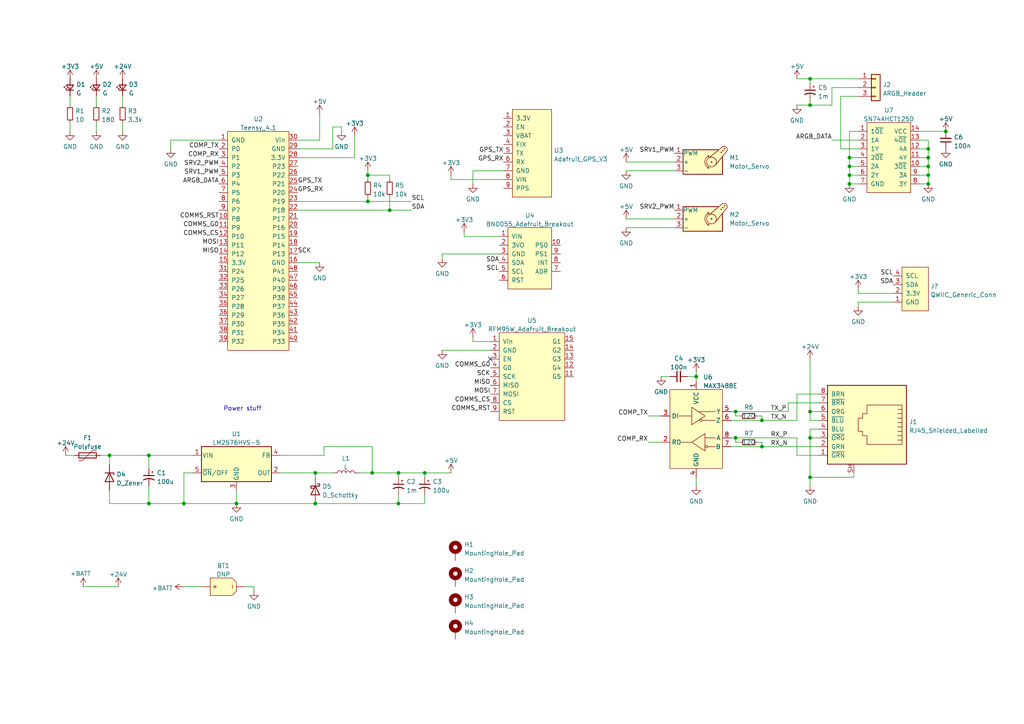
<source format=kicad_sch>
(kicad_sch (version 20211123) (generator eeschema)
  (paper "A4")
  (lib_symbols
    (symbol "ASTRA_Library:Adafruit_GPS_V3" (pin_names (offset 1.016))
      (property "Reference" "U" (at 0 0 0))
      (property "Value" "Adafruit_GPS_V3" (at 0 0 0))
      (symbol "Adafruit_GPS_V3_0_1"
        (rectangle (start -5.08 10.16) (end 6.35 -15.24) (fill (type background)))
      )
      (symbol "Adafruit_GPS_V3_1_1"
        (pin input line (at -7.62 7.62 0) (length 2.54) (name "3.3V") (number "1"))
        (pin input line (at -7.62 5.08 0) (length 2.54) (name "EN") (number "2"))
        (pin input line (at -7.62 2.54 0) (length 2.54) (name "VBAT") (number "3"))
        (pin input line (at -7.62 0 0) (length 2.54) (name "FIX") (number "4"))
        (pin input line (at -7.62 -2.54 0) (length 2.54) (name "TX") (number "5"))
        (pin input line (at -7.62 -5.08 0) (length 2.54) (name "RX") (number "6"))
        (pin input line (at -7.62 -7.62 0) (length 2.54) (name "GND") (number "7"))
        (pin input line (at -7.62 -10.16 0) (length 2.54) (name "VIN") (number "8"))
        (pin input line (at -7.62 -12.7 0) (length 2.54) (name "PPS") (number "9"))
      )
    )
    (symbol "ASTRA_Library:QWIIC_Generic_Conn" (pin_names (offset 1.016))
      (property "Reference" "J" (at 0 0 0))
      (property "Value" "QWIIC_Generic_Conn" (at 0 0 0))
      (symbol "QWIIC_Generic_Conn_0_1"
        (rectangle (start -3.81 -1.27) (end 3.81 -13.97) (fill (type background)))
      )
      (symbol "QWIIC_Generic_Conn_1_1"
        (pin input line (at -6.35 -11.43 0) (length 2.54) (name "GND") (number "1"))
        (pin input line (at -6.35 -8.89 0) (length 2.54) (name "3.3V") (number "2"))
        (pin input line (at -6.35 -6.35 0) (length 2.54) (name "SDA") (number "3"))
        (pin input line (at -6.35 -3.81 0) (length 2.54) (name "SCL") (number "4"))
      )
    )
    (symbol "ASTRA_Library:SN74AHCT125D" (pin_names (offset 1.016))
      (property "Reference" "U" (at -8.89 10.16 0))
      (property "Value" "SN74AHCT125D" (at -8.89 10.16 0))
      (symbol "SN74AHCT125D_0_1"
        (rectangle (start -6.35 10.16) (end 6.35 -10.16) (fill (type background)))
      )
      (symbol "SN74AHCT125D_1_1"
        (pin input line (at -8.89 7.62 0) (length 2.54) (name "1~{OE}") (number "1"))
        (pin input line (at 8.89 -2.54 180) (length 2.54) (name "3~{OE}") (number "10"))
        (pin input line (at 8.89 0 180) (length 2.54) (name "4Y") (number "11"))
        (pin input line (at 8.89 2.54 180) (length 2.54) (name "4A") (number "12"))
        (pin input line (at 8.89 5.08 180) (length 2.54) (name "4~{OE}") (number "13"))
        (pin input line (at 8.89 7.62 180) (length 2.54) (name "VCC") (number "14"))
        (pin input line (at -8.89 5.08 0) (length 2.54) (name "1A") (number "2"))
        (pin input line (at -8.89 2.54 0) (length 2.54) (name "1Y") (number "3"))
        (pin input line (at -8.89 0 0) (length 2.54) (name "2~{OE}") (number "4"))
        (pin input line (at -8.89 -2.54 0) (length 2.54) (name "2A") (number "5"))
        (pin input line (at -8.89 -5.08 0) (length 2.54) (name "2Y") (number "6"))
        (pin input line (at -8.89 -7.62 0) (length 2.54) (name "GND") (number "7"))
        (pin input line (at 8.89 -7.62 180) (length 2.54) (name "3Y") (number "8"))
        (pin input line (at 8.89 -5.08 180) (length 2.54) (name "3A") (number "9"))
      )
    )
    (symbol "ASTRA_Library:Teensy_4.1" (pin_names (offset 1.016))
      (property "Reference" "U" (at 0 34.29 0))
      (property "Value" "Teensy_4.1" (at 0 33.02 0))
      (symbol "Teensy_4.1_0_0"
        (pin input line (at 11.43 26.67 180) (length 2.54) (name "GND") (number "29"))
        (pin input line (at 11.43 29.21 180) (length 2.54) (name "Vin") (number "30"))
      )
      (symbol "Teensy_4.1_0_1"
        (rectangle (start -8.89 31.75) (end 8.89 -31.75) (fill (type background)))
      )
      (symbol "Teensy_4.1_1_1"
        (pin input line (at -11.43 29.21 0) (length 2.54) (name "GND") (number "1"))
        (pin input line (at -11.43 6.35 0) (length 2.54) (name "P8") (number "10"))
        (pin input line (at -11.43 3.81 0) (length 2.54) (name "P9") (number "11"))
        (pin input line (at -11.43 1.27 0) (length 2.54) (name "P10") (number "12"))
        (pin input line (at -11.43 -1.27 0) (length 2.54) (name "P11") (number "13"))
        (pin input line (at -11.43 -3.81 0) (length 2.54) (name "P12") (number "14"))
        (pin input line (at -11.43 -6.35 0) (length 2.54) (name "3.3V") (number "15"))
        (pin input line (at 11.43 -6.35 180) (length 2.54) (name "GND") (number "16"))
        (pin input line (at 11.43 -3.81 180) (length 2.54) (name "P13") (number "17"))
        (pin input line (at 11.43 -1.27 180) (length 2.54) (name "P14") (number "18"))
        (pin input line (at 11.43 1.27 180) (length 2.54) (name "P15") (number "19"))
        (pin input line (at -11.43 26.67 0) (length 2.54) (name "P0") (number "2"))
        (pin input line (at 11.43 3.81 180) (length 2.54) (name "P16") (number "20"))
        (pin input line (at 11.43 6.35 180) (length 2.54) (name "P17") (number "21"))
        (pin input line (at 11.43 8.89 180) (length 2.54) (name "P18") (number "22"))
        (pin input line (at 11.43 11.43 180) (length 2.54) (name "P19") (number "23"))
        (pin input line (at 11.43 13.97 180) (length 2.54) (name "P20") (number "24"))
        (pin input line (at 11.43 16.51 180) (length 2.54) (name "P21") (number "25"))
        (pin input line (at 11.43 19.05 180) (length 2.54) (name "P22") (number "26"))
        (pin input line (at 11.43 21.59 180) (length 2.54) (name "P23") (number "27"))
        (pin input line (at 11.43 24.13 180) (length 2.54) (name "3.3V") (number "28"))
        (pin input line (at -11.43 24.13 0) (length 2.54) (name "P1") (number "3"))
        (pin input line (at -11.43 -8.89 0) (length 2.54) (name "P24") (number "31"))
        (pin input line (at -11.43 -11.43 0) (length 2.54) (name "P25") (number "32"))
        (pin input line (at -11.43 -13.97 0) (length 2.54) (name "P26") (number "33"))
        (pin input line (at -11.43 -16.51 0) (length 2.54) (name "P27") (number "34"))
        (pin input line (at -11.43 -19.05 0) (length 2.54) (name "P28") (number "35"))
        (pin input line (at -11.43 -21.59 0) (length 2.54) (name "P29") (number "36"))
        (pin input line (at -11.43 -24.13 0) (length 2.54) (name "P30") (number "37"))
        (pin input line (at -11.43 -26.67 0) (length 2.54) (name "P31") (number "38"))
        (pin input line (at -11.43 -29.21 0) (length 2.54) (name "P32") (number "39"))
        (pin input line (at -11.43 21.59 0) (length 2.54) (name "P2") (number "4"))
        (pin input line (at 11.43 -29.21 180) (length 2.54) (name "P33") (number "40"))
        (pin input line (at 11.43 -26.67 180) (length 2.54) (name "P34") (number "41"))
        (pin input line (at 11.43 -24.13 180) (length 2.54) (name "P35") (number "42"))
        (pin input line (at 11.43 -21.59 180) (length 2.54) (name "P36") (number "43"))
        (pin input line (at 11.43 -19.05 180) (length 2.54) (name "P37") (number "44"))
        (pin input line (at 11.43 -16.51 180) (length 2.54) (name "P38") (number "45"))
        (pin input line (at 11.43 -13.97 180) (length 2.54) (name "P39") (number "46"))
        (pin input line (at 11.43 -11.43 180) (length 2.54) (name "P40") (number "47"))
        (pin input line (at 11.43 -8.89 180) (length 2.54) (name "P41") (number "48"))
        (pin input line (at -11.43 19.05 0) (length 2.54) (name "P3") (number "5"))
        (pin input line (at -11.43 16.51 0) (length 2.54) (name "P4") (number "6"))
        (pin input line (at -11.43 13.97 0) (length 2.54) (name "P5") (number "7"))
        (pin input line (at -11.43 11.43 0) (length 2.54) (name "P6") (number "8"))
        (pin input line (at -11.43 8.89 0) (length 2.54) (name "P7") (number "9"))
      )
    )
    (symbol "ASTRA_Library:XT60_Battery_Connector" (pin_numbers hide) (pin_names (offset 1.016) hide)
      (property "Reference" "BT" (at 0 0 0))
      (property "Value" "XT60_Battery_Connector" (at 0 0 0))
      (symbol "XT60_Battery_Connector_0_0"
        (text "+" (at 0 2.54 0) (effects (font (size 1.27 1.27))))
        (text "-" (at 0 -2.54 0) (effects (font (size 1.27 1.27))))
      )
      (symbol "XT60_Battery_Connector_0_1"
        (polyline (pts (xy -2.54 3.81) (xy 2.54 3.81) (xy 2.54 -2.54) (xy 1.27 -3.81) (xy -1.27 -3.81) (xy -2.54 -2.54) (xy -2.54 3.81)) (fill (type background)))
      )
      (symbol "XT60_Battery_Connector_1_1"
        (pin input line (at 0 -6.35 90) (length 2.54) (name "Neg") (number "1"))
        (pin input line (at 0 6.35 270) (length 2.54) (name "Pos") (number "2"))
      )
    )
    (symbol "Connector_Generic:Conn_01x03" (pin_names (offset 1.016) hide)
      (property "Reference" "J" (at 0 5.08 0))
      (property "Value" "Conn_01x03" (at 0 -5.08 0))
      (symbol "Conn_01x03_1_1"
        (rectangle (start -1.27 -2.413) (end 0 -2.667) (stroke (width 0.1524)))
        (rectangle (start -1.27 0.127) (end 0 -0.127) (stroke (width 0.1524)))
        (rectangle (start -1.27 2.667) (end 0 2.413) (stroke (width 0.1524)))
        (rectangle (start -1.27 3.81) (end 1.27 -3.81) (stroke (width 0.254)) (fill (type background)))
        (pin passive line (at -5.08 2.54 0) (length 3.81) (name "Pin_1") (number "1"))
        (pin passive line (at -5.08 0 0) (length 3.81) (name "Pin_2") (number "2"))
        (pin passive line (at -5.08 -2.54 0) (length 3.81) (name "Pin_3") (number "3"))
      )
    )
    (symbol "Device:C_Polarized_Small_US" (pin_numbers hide) (pin_names (offset 0.254) hide)
      (property "Reference" "C" (at 0.254 1.778 0))
      (property "Value" "C_Polarized_Small_US" (at 0.254 -2.032 0))
      (symbol "C_Polarized_Small_US_0_1"
        (polyline (pts (xy -1.524 0.508) (xy 1.524 0.508)) (stroke (width 0.3048)))
        (polyline (pts (xy -1.27 1.524) (xy -0.762 1.524)))
        (polyline (pts (xy -1.016 1.27) (xy -1.016 1.778)))
        (arc (start 1.524 -0.762) (mid 0 -0.3734) (end -1.524 -0.762) (stroke (width 0.3048)))
      )
      (symbol "C_Polarized_Small_US_1_1"
        (pin passive line (at 0 2.54 270) (length 2.032) (name "~") (number "1"))
        (pin passive line (at 0 -2.54 90) (length 2.032) (name "~") (number "2"))
      )
    )
    (symbol "Device:C_Small" (pin_numbers hide) (pin_names (offset 0.254) hide)
      (property "Reference" "C" (at 0.254 1.778 0))
      (property "Value" "C_Small" (at 0.254 -2.032 0))
      (symbol "C_Small_0_1"
        (polyline (pts (xy -1.524 -0.508) (xy 1.524 -0.508)) (stroke (width 0.3302)))
        (polyline (pts (xy -1.524 0.508) (xy 1.524 0.508)) (stroke (width 0.3048)))
      )
      (symbol "C_Small_1_1"
        (pin passive line (at 0 2.54 270) (length 2.032) (name "~") (number "1"))
        (pin passive line (at 0 -2.54 90) (length 2.032) (name "~") (number "2"))
      )
    )
    (symbol "Device:D_Schottky" (pin_numbers hide) (pin_names (offset 1.016) hide)
      (property "Reference" "D" (at 0 2.54 0))
      (property "Value" "D_Schottky" (at 0 -2.54 0))
      (symbol "D_Schottky_0_1"
        (polyline (pts (xy 1.27 0) (xy -1.27 0)))
        (polyline (pts (xy 1.27 1.27) (xy 1.27 -1.27) (xy -1.27 0) (xy 1.27 1.27)) (stroke (width 0.254)))
        (polyline (pts (xy -1.905 0.635) (xy -1.905 1.27) (xy -1.27 1.27) (xy -1.27 -1.27) (xy -0.635 -1.27) (xy -0.635 -0.635)) (stroke (width 0.254)))
      )
      (symbol "D_Schottky_1_1"
        (pin passive line (at -3.81 0 0) (length 2.54) (name "K") (number "1"))
        (pin passive line (at 3.81 0 180) (length 2.54) (name "A") (number "2"))
      )
    )
    (symbol "Device:D_Zener" (pin_numbers hide) (pin_names (offset 1.016) hide)
      (property "Reference" "D" (at 0 2.54 0))
      (property "Value" "D_Zener" (at 0 -2.54 0))
      (symbol "D_Zener_0_1"
        (polyline (pts (xy 1.27 0) (xy -1.27 0)))
        (polyline (pts (xy -1.27 -1.27) (xy -1.27 1.27) (xy -0.762 1.27)) (stroke (width 0.254)))
        (polyline (pts (xy 1.27 -1.27) (xy 1.27 1.27) (xy -1.27 0) (xy 1.27 -1.27)) (stroke (width 0.254)))
      )
      (symbol "D_Zener_1_1"
        (pin passive line (at -3.81 0 0) (length 2.54) (name "K") (number "1"))
        (pin passive line (at 3.81 0 180) (length 2.54) (name "A") (number "2"))
      )
    )
    (symbol "Device:L" (pin_numbers hide) (pin_names (offset 1.016) hide)
      (property "Reference" "L" (at -1.27 0 90))
      (property "Value" "L" (at 1.905 0 90))
      (symbol "L_0_1"
        (arc (start 0 -2.54) (mid 0.635 -1.905) (end 0 -1.27))
        (arc (start 0 -1.27) (mid 0.635 -0.635) (end 0 0))
        (arc (start 0 0) (mid 0.635 0.635) (end 0 1.27))
        (arc (start 0 1.27) (mid 0.635 1.905) (end 0 2.54))
      )
      (symbol "L_1_1"
        (pin passive line (at 0 3.81 270) (length 1.27) (name "1") (number "1"))
        (pin passive line (at 0 -3.81 90) (length 1.27) (name "2") (number "2"))
      )
    )
    (symbol "Device:LED_Small" (pin_numbers hide) (pin_names (offset 0.254) hide)
      (property "Reference" "D" (at -1.27 3.175 0))
      (property "Value" "LED_Small" (at -4.445 -2.54 0))
      (symbol "LED_Small_0_1"
        (polyline (pts (xy -0.762 -1.016) (xy -0.762 1.016)) (stroke (width 0.254)))
        (polyline (pts (xy 1.016 0) (xy -0.762 0)))
        (polyline (pts (xy 0.762 -1.016) (xy -0.762 0) (xy 0.762 1.016) (xy 0.762 -1.016)) (stroke (width 0.254)))
        (polyline (pts (xy 0 0.762) (xy -0.508 1.27) (xy -0.254 1.27) (xy -0.508 1.27) (xy -0.508 1.016)))
        (polyline (pts (xy 0.508 1.27) (xy 0 1.778) (xy 0.254 1.778) (xy 0 1.778) (xy 0 1.524)))
      )
      (symbol "LED_Small_1_1"
        (pin passive line (at -2.54 0 0) (length 1.778) (name "K") (number "1"))
        (pin passive line (at 2.54 0 180) (length 1.778) (name "A") (number "2"))
      )
    )
    (symbol "Device:Polyfuse" (pin_numbers hide) (pin_names (offset 0))
      (property "Reference" "F" (at -2.54 0 90))
      (property "Value" "Polyfuse" (at 2.54 0 90))
      (symbol "Polyfuse_0_1"
        (rectangle (start -0.762 2.54) (end 0.762 -2.54) (stroke (width 0.254)))
        (polyline (pts (xy 0 2.54) (xy 0 -2.54)))
        (polyline (pts (xy -1.524 2.54) (xy -1.524 1.524) (xy 1.524 -1.524) (xy 1.524 -2.54)))
      )
      (symbol "Polyfuse_1_1"
        (pin passive line (at 0 3.81 270) (length 1.27) (name "~") (number "1"))
        (pin passive line (at 0 -3.81 90) (length 1.27) (name "~") (number "2"))
      )
    )
    (symbol "Device:R_Small" (pin_numbers hide) (pin_names (offset 0.254) hide)
      (property "Reference" "R" (at 0.762 0.508 0))
      (property "Value" "R_Small" (at 0.762 -1.016 0))
      (symbol "R_Small_0_1"
        (rectangle (start -0.762 1.778) (end 0.762 -1.778) (stroke (width 0.2032)))
      )
      (symbol "R_Small_1_1"
        (pin passive line (at 0 2.54 270) (length 0.762) (name "~") (number "1"))
        (pin passive line (at 0 -2.54 90) (length 0.762) (name "~") (number "2"))
      )
    )
    (symbol "GS_Library:MAX3488E"
      (property "Reference" "U" (at 6.35 15.24 0))
      (property "Value" "MAX3488E" (at 6.35 12.7 0))
      (symbol "MAX3488E_0_1"
        (rectangle (start -7.62 11.43) (end 7.62 -11.43) (stroke (width 0.1524)) (fill (type background)))
        (polyline (pts (xy -4.318 -3.81) (xy -1.27 -3.81)) (stroke (width 0.1524)))
        (polyline (pts (xy -1.27 3.81) (xy -5.08 3.81)) (stroke (width 0.1524)))
        (polyline (pts (xy 0.6858 5.08) (xy 5.588 5.08)) (stroke (width 0.1524)))
        (polyline (pts (xy 2.54 -2.54) (xy 5.588 -2.54)) (stroke (width 0.1524)))
        (polyline (pts (xy 5.588 -5.08) (xy 3.302 -5.08)) (stroke (width 0.1524)))
        (polyline (pts (xy 5.588 2.54) (xy 1.7018 2.54)) (stroke (width 0.1524)))
        (polyline (pts (xy -1.27 1.27) (xy -1.27 6.35) (xy 2.54 3.81) (xy -1.27 1.27)) (stroke (width 0.1524)))
        (polyline (pts (xy 2.54 -1.27) (xy 2.54 -6.35) (xy -1.27 -3.81) (xy 2.54 -1.27)) (stroke (width 0.1524)))
        (circle (center 1.3462 2.54) (radius 0.3637) (stroke (width 0.1524)))
        (circle (center 2.921 -5.08) (radius 0.3637) (stroke (width 0.1524)))
      )
      (symbol "MAX3488E_1_1"
        (pin input line (at 0 13.97 270) (length 2.54) (name "VCC") (number "1"))
        (pin input line (at -10.16 -3.81 0) (length 2.54) (name "RO") (number "2"))
        (pin input line (at -10.16 3.81 0) (length 2.54) (name "DI") (number "3"))
        (pin input line (at 0 -13.97 90) (length 2.54) (name "GND") (number "4"))
        (pin input line (at 10.16 5.08 180) (length 2.54) (name "Y") (number "5"))
        (pin input line (at 10.16 2.54 180) (length 2.54) (name "Z") (number "6"))
        (pin input line (at 10.16 -5.08 180) (length 2.54) (name "B") (number "7"))
        (pin input line (at 10.16 -2.54 180) (length 2.54) (name "A") (number "8"))
      )
    )
    (symbol "GS_Library:Motor_Servo" (pin_names (offset 0.0254))
      (property "Reference" "M?" (at 8.3598 1.2681 0))
      (property "Value" "Motor_Servo" (at 8.3598 -1.2688 0))
      (symbol "Motor_Servo_0_1"
        (polyline (pts (xy 2.413 -1.778) (xy 2.032 -1.778)))
        (polyline (pts (xy 2.413 -1.778) (xy 2.286 -1.397)))
        (polyline (pts (xy 2.413 1.778) (xy 1.905 1.778)))
        (polyline (pts (xy 2.413 1.778) (xy 2.286 1.397)))
        (polyline (pts (xy 6.35 4.445) (xy 2.54 1.27)))
        (polyline (pts (xy 7.62 3.175) (xy 4.191 -1.016)))
        (polyline (pts (xy 5.08 3.556) (xy -5.08 3.556) (xy -5.08 -3.556) (xy 6.35 -3.556) (xy 6.35 1.524)) (stroke (width 0.254)) (fill (type background)))
        (polyline (pts (xy 6.0452 1.27) (xy 7.6454 3.2004) (xy 7.7216 3.4544) (xy 7.7216 3.7084) (xy 7.6454 3.9624) (xy 7.493 4.2418) (xy 7.1628 4.4704) (xy 6.8326 4.5466) (xy 6.3246 4.445) (xy 6.0452 4.191) (xy 2.5654 1.2954) (xy 3.0734 1.4224) (xy 3.5814 1.3716) (xy 3.9878 1.1684) (xy 4.3434 0.7874) (xy 4.572 0.3556) (xy 4.5466 -0.3302) (xy 4.445 -0.6858) (xy 4.2164 -0.9906) (xy 6.0452 1.27)) (stroke (width 0.01)) (fill (type background)))
        (arc (start 2.413 1.778) (mid 1.2406 0) (end 2.413 -1.778))
        (circle (center 3.175 0) (radius 0.1778))
        (circle (center 3.175 0) (radius 1.4224))
        (circle (center 5.969 2.794) (radius 0.127))
        (circle (center 6.477 3.302) (radius 0.127))
        (circle (center 6.985 3.81) (radius 0.127))
        (arc (start 7.62 3.175) (mid 7.4485 4.2735) (end 6.35 4.445) (fill (type background)))
      )
      (symbol "Motor_Servo_1_1"
        (pin passive line (at -7.62 2.54 0) (length 2.54) (name "PWM") (number "1"))
        (pin passive line (at -7.62 0 0) (length 2.54) (name "+") (number "2"))
        (pin passive line (at -7.62 -2.54 0) (length 2.54) (name "-") (number "3"))
      )
    )
    (symbol "GS_Library:RJ45_Shielded_Labelled" (pin_names (offset 1.016))
      (property "Reference" "J?" (at 0.762 2.1047 0))
      (property "Value" "RJ45_Shielded_Labelled" (at 0.762 -0.4322 0))
      (symbol "RJ45_Shielded_Labelled_0_1"
        (rectangle (start -15.24 12.7) (end 7.62 -10.16) (stroke (width 0.254)) (fill (type background)))
        (polyline (pts (xy -12.7 4.445) (xy -13.97 4.445)))
        (polyline (pts (xy -12.7 5.715) (xy -13.97 5.715)))
        (polyline (pts (xy 26.67 5.08) (xy 26.67 5.08)) (stroke (width 0.1524)))
        (polyline (pts (xy -13.97 -3.175) (xy -12.7 -3.175) (xy -12.7 -3.175)))
        (polyline (pts (xy -13.97 -1.905) (xy -12.7 -1.905) (xy -12.7 -1.905)))
        (polyline (pts (xy -13.97 -0.635) (xy -12.7 -0.635) (xy -12.7 -0.635)))
        (polyline (pts (xy -13.97 0.635) (xy -12.7 0.635) (xy -12.7 0.635)))
        (polyline (pts (xy -13.97 1.905) (xy -12.7 1.905) (xy -12.7 1.905)))
        (polyline (pts (xy -12.7 3.175) (xy -13.97 3.175) (xy -13.97 3.175)))
        (polyline (pts (xy -13.97 -4.445) (xy -13.97 6.985) (xy -3.81 6.985) (xy -3.81 4.445) (xy -2.54 4.445) (xy -2.54 3.175) (xy -1.27 3.175) (xy -1.27 -0.635) (xy -2.54 -0.635) (xy -2.54 -1.905) (xy -3.81 -1.905) (xy -3.81 -4.445) (xy -13.97 -4.445) (xy -13.97 -4.445)))
      )
      (symbol "RJ45_Shielded_Labelled_1_1"
        (pin passive line (at 10.16 -7.62 180) (length 2.54) (name "~{GRN}") (number "1"))
        (pin passive line (at 10.16 -5.08 180) (length 2.54) (name "GRN") (number "2"))
        (pin passive line (at 10.16 -2.54 180) (length 2.54) (name "~{ORG}") (number "3"))
        (pin passive line (at 10.16 0 180) (length 2.54) (name "BLU") (number "4"))
        (pin passive line (at 10.16 2.54 180) (length 2.54) (name "~{BLU}") (number "5"))
        (pin passive line (at 10.16 5.08 180) (length 2.54) (name "ORG") (number "6"))
        (pin passive line (at 10.16 7.62 180) (length 2.54) (name "~{BRN}") (number "7"))
        (pin passive line (at 10.16 10.16 180) (length 2.54) (name "BRN") (number "8"))
        (pin passive line (at 0 -12.7 90) (length 2.54) (name "~") (number "SH"))
      )
    )
    (symbol "MainElectronicsLib:BNO055_Adafruit_Breakout" (pin_names (offset 1.016))
      (property "Reference" "U" (at 0 10.16 0))
      (property "Value" "BNO055_Adafruit_Breakout" (at 0 -10.16 0))
      (symbol "BNO055_Adafruit_Breakout_0_1"
        (rectangle (start -6.35 8.89) (end 6.35 -8.89) (fill (type background)))
      )
      (symbol "BNO055_Adafruit_Breakout_1_1"
        (pin power_in line (at -8.89 6.35 0) (length 2.54) (name "VIN") (number "1"))
        (pin bidirectional line (at 8.89 3.81 180) (length 2.54) (name "PS0") (number "10"))
        (pin power_out line (at -8.89 3.81 0) (length 2.54) (name "3VO") (number "2"))
        (pin power_in line (at -8.89 1.27 0) (length 2.54) (name "GND") (number "3"))
        (pin bidirectional line (at -8.89 -1.27 0) (length 2.54) (name "SDA") (number "4"))
        (pin bidirectional line (at -8.89 -3.81 0) (length 2.54) (name "SCL") (number "5"))
        (pin input line (at -8.89 -6.35 0) (length 2.54) (name "RST") (number "6"))
        (pin input line (at 8.89 -3.81 180) (length 2.54) (name "ADR") (number "7"))
        (pin output line (at 8.89 -1.27 180) (length 2.54) (name "INT") (number "8"))
        (pin bidirectional line (at 8.89 1.27 180) (length 2.54) (name "PS1") (number "9"))
      )
    )
    (symbol "MainElectronicsLib:RFM95W_Adafruit_Breakout" (pin_names (offset 1.016))
      (property "Reference" "U" (at 0 13.97 0))
      (property "Value" "RFM95W_Adafruit_Breakout" (at 0 -13.97 0))
      (symbol "RFM95W_Adafruit_Breakout_0_1"
        (rectangle (start -10.16 12.7) (end 8.89 -12.7) (fill (type background)))
      )
      (symbol "RFM95W_Adafruit_Breakout_1_1"
        (pin power_in line (at -12.7 10.16 0) (length 2.54) (name "Vin") (number "1"))
        (pin bidirectional line (at 11.43 0 180) (length 2.54) (name "G5") (number "11"))
        (pin bidirectional line (at 11.43 2.54 180) (length 2.54) (name "G4") (number "12"))
        (pin bidirectional line (at 11.43 5.08 180) (length 2.54) (name "G3") (number "13"))
        (pin bidirectional line (at 11.43 7.62 180) (length 2.54) (name "G2") (number "14"))
        (pin bidirectional line (at 11.43 10.16 180) (length 2.54) (name "G1") (number "15"))
        (pin power_in line (at -12.7 7.62 0) (length 2.54) (name "GND") (number "2"))
        (pin input line (at -12.7 5.08 0) (length 2.54) (name "EN") (number "3"))
        (pin output line (at -12.7 2.54 0) (length 2.54) (name "G0") (number "4"))
        (pin input line (at -12.7 0 0) (length 2.54) (name "SCK") (number "5"))
        (pin output line (at -12.7 -2.54 0) (length 2.54) (name "MISO") (number "6"))
        (pin input line (at -12.7 -5.08 0) (length 2.54) (name "MOSI") (number "7"))
        (pin input line (at -12.7 -7.62 0) (length 2.54) (name "CS") (number "8"))
        (pin input line (at -12.7 -10.16 0) (length 2.54) (name "RST") (number "9"))
      )
    )
    (symbol "Mechanical:MountingHole_Pad" (pin_numbers hide) (pin_names (offset 1.016) hide)
      (property "Reference" "H" (at 0 6.35 0))
      (property "Value" "MountingHole_Pad" (at 0 4.445 0))
      (symbol "MountingHole_Pad_0_1"
        (circle (center 0 1.27) (radius 1.27) (stroke (width 1.27)))
      )
      (symbol "MountingHole_Pad_1_1"
        (pin input line (at 0 -2.54 90) (length 2.54) (name "1") (number "1"))
      )
    )
    (symbol "Regulator_Switching:LM2576HVS-5" (pin_names (offset 0.254))
      (property "Reference" "U" (at -10.16 6.35 0))
      (property "Value" "LM2576HVS-5" (at 0 6.35 0))
      (symbol "LM2576HVS-5_0_1"
        (rectangle (start -10.16 5.08) (end 10.16 -5.08) (stroke (width 0.254)) (fill (type background)))
      )
      (symbol "LM2576HVS-5_1_1"
        (pin power_in line (at -12.7 2.54 0) (length 2.54) (name "VIN") (number "1"))
        (pin output line (at 12.7 -2.54 180) (length 2.54) (name "OUT") (number "2"))
        (pin power_in line (at 0 -7.62 90) (length 2.54) (name "GND") (number "3"))
        (pin input line (at 12.7 2.54 180) (length 2.54) (name "FB") (number "4"))
        (pin input line (at -12.7 -2.54 0) (length 2.54) (name "~{ON}/OFF") (number "5"))
      )
    )
    (symbol "power:+24V" (power) (pin_names (offset 0))
      (property "Value" "+24V" (at 0 3.556 0))
      (symbol "+24V_0_1"
        (polyline (pts (xy -0.762 1.27) (xy 0 2.54)))
        (polyline (pts (xy 0 0) (xy 0 2.54)))
        (polyline (pts (xy 0 2.54) (xy 0.762 1.27)))
      )
      (symbol "+24V_1_1"
        (pin power_in line (at 0 0 90) (length 0) hide (name "+24V") (number "1"))
      )
    )
    (symbol "power:+3.3V" (power) (pin_names (offset 0))
      (property "Value" "+3.3V" (at 0 3.556 0))
      (symbol "+3.3V_0_1"
        (polyline (pts (xy -0.762 1.27) (xy 0 2.54)))
        (polyline (pts (xy 0 0) (xy 0 2.54)))
        (polyline (pts (xy 0 2.54) (xy 0.762 1.27)))
      )
      (symbol "+3.3V_1_1"
        (pin power_in line (at 0 0 90) (length 0) hide (name "+3V3") (number "1"))
      )
    )
    (symbol "power:+5V" (power) (pin_names (offset 0))
      (property "Value" "+5V" (at 0 3.556 0))
      (symbol "+5V_0_1"
        (polyline (pts (xy -0.762 1.27) (xy 0 2.54)))
        (polyline (pts (xy 0 0) (xy 0 2.54)))
        (polyline (pts (xy 0 2.54) (xy 0.762 1.27)))
      )
      (symbol "+5V_1_1"
        (pin power_in line (at 0 0 90) (length 0) hide (name "+5V") (number "1"))
      )
    )
    (symbol "power:+BATT" (power) (pin_names (offset 0))
      (property "Value" "+BATT" (at 0 3.556 0))
      (symbol "+BATT_0_1"
        (polyline (pts (xy -0.762 1.27) (xy 0 2.54)))
        (polyline (pts (xy 0 0) (xy 0 2.54)))
        (polyline (pts (xy 0 2.54) (xy 0.762 1.27)))
      )
      (symbol "+BATT_1_1"
        (pin power_in line (at 0 0 90) (length 0) hide (name "+BATT") (number "1"))
      )
    )
    (symbol "power:GND" (power) (pin_names (offset 0))
      (property "Value" "GND" (at 0 -3.81 0))
      (symbol "GND_0_1"
        (polyline (pts (xy 0 0) (xy 0 -1.27) (xy 1.27 -1.27) (xy 0 -2.54) (xy -1.27 -1.27) (xy 0 -1.27)))
      )
      (symbol "GND_1_1"
        (pin power_in line (at 0 0 270) (length 0) hide (name "GND") (number "1"))
      )
    )
  )
  (junction (at 220.98 129.54))
  (junction (at 274.32 38.1))
  (junction (at 234.95 127))
  (junction (at 43.18 132.08))
  (junction (at 213.36 119.38))
  (junction (at 115.57 137.16))
  (junction (at 246.38 50.8))
  (junction (at 234.95 138.43))
  (junction (at 234.95 119.38))
  (junction (at 269.24 50.8))
  (junction (at 246.38 45.72))
  (junction (at 31.75 132.08))
  (junction (at 113.03 60.96))
  (junction (at 115.57 146.05))
  (junction (at 234.95 22.86))
  (junction (at 213.36 127))
  (junction (at 269.24 48.26))
  (junction (at 68.58 146.05))
  (junction (at 53.34 146.05))
  (junction (at 91.44 146.05))
  (junction (at 91.44 137.16))
  (junction (at 43.18 146.05))
  (junction (at 106.68 58.42))
  (junction (at 201.93 109.22))
  (junction (at 107.95 137.16))
  (junction (at 234.95 30.48))
  (junction (at 269.24 45.72))
  (junction (at 246.38 48.26))
  (junction (at 269.24 43.18))
  (junction (at 269.24 53.34))
  (junction (at 106.68 50.8))
  (junction (at 220.98 121.92))
  (junction (at 123.19 137.16))
  (junction (at 246.38 53.34))
  (no_connect (at 142.24 104.14))
  (wire (pts (xy 106.68 50.8) (xy 106.68 49.53)))
  (wire (pts (xy 96.52 137.16) (xy 91.44 137.16)))
  (wire (pts (xy 31.75 146.05) (xy 31.75 142.24)))
  (wire (pts (xy 102.87 45.72) (xy 102.87 39.37)))
  (wire (pts (xy 234.95 124.46) (xy 234.95 127)))
  (wire (pts (xy 115.57 146.05) (xy 91.44 146.05)))
  (wire (pts (xy 181.61 46.99) (xy 195.58 46.99)))
  (wire (pts (xy 248.92 43.18) (xy 243.84 43.18)))
  (wire (pts (xy 248.92 25.4) (xy 241.3 25.4)))
  (wire (pts (xy 35.56 27.94) (xy 35.56 30.48)))
  (wire (pts (xy 113.03 60.96) (xy 119.38 60.96)))
  (wire (pts (xy 123.19 137.16) (xy 130.81 137.16)))
  (wire (pts (xy 266.7 45.72) (xy 269.24 45.72)))
  (wire (pts (xy 246.38 53.34) (xy 248.92 53.34)))
  (wire (pts (xy 86.36 76.2) (xy 92.71 76.2)))
  (wire (pts (xy 35.56 35.56) (xy 35.56 38.1)))
  (wire (pts (xy 213.36 127) (xy 231.14 127)))
  (wire (pts (xy 246.38 48.26) (xy 248.92 48.26)))
  (wire (pts (xy 231.14 22.86) (xy 234.95 22.86)))
  (wire (pts (xy 106.68 50.8) (xy 106.68 52.07)))
  (wire (pts (xy 63.5 40.64) (xy 49.53 40.64)))
  (wire (pts (xy 201.93 107.95) (xy 201.93 109.22)))
  (wire (pts (xy 234.95 29.21) (xy 234.95 30.48)))
  (wire (pts (xy 248.92 38.1) (xy 246.38 38.1)))
  (wire (pts (xy 20.32 27.94) (xy 20.32 30.48)))
  (wire (pts (xy 220.98 121.92) (xy 231.14 121.92)))
  (wire (pts (xy 113.03 57.15) (xy 113.03 60.96)))
  (wire (pts (xy 93.98 129.54) (xy 93.98 132.08)))
  (wire (pts (xy 266.7 40.64) (xy 269.24 40.64)))
  (wire (pts (xy 187.96 128.27) (xy 191.77 128.27)))
  (wire (pts (xy 259.08 87.63) (xy 248.92 87.63)))
  (wire (pts (xy 49.53 40.64) (xy 49.53 43.18)))
  (wire (pts (xy 29.21 132.08) (xy 31.75 132.08)))
  (wire (pts (xy 20.32 35.56) (xy 20.32 38.1)))
  (wire (pts (xy 234.95 22.86) (xy 248.92 22.86)))
  (wire (pts (xy 106.68 58.42) (xy 119.38 58.42)))
  (wire (pts (xy 201.93 138.43) (xy 201.93 140.97)))
  (wire (pts (xy 115.57 143.51) (xy 115.57 146.05)))
  (wire (pts (xy 234.95 121.92) (xy 237.49 121.92)))
  (wire (pts (xy 213.36 119.38) (xy 228.6 119.38)))
  (wire (pts (xy 248.92 85.09) (xy 248.92 83.82)))
  (wire (pts (xy 266.7 53.34) (xy 269.24 53.34)))
  (wire (pts (xy 231.14 114.3) (xy 237.49 114.3)))
  (wire (pts (xy 43.18 140.97) (xy 43.18 146.05)))
  (wire (pts (xy 27.94 27.94) (xy 27.94 30.48)))
  (wire (pts (xy 231.14 132.08) (xy 237.49 132.08)))
  (wire (pts (xy 234.95 30.48) (xy 241.3 30.48)))
  (wire (pts (xy 187.96 120.65) (xy 191.77 120.65)))
  (wire (pts (xy 269.24 43.18) (xy 269.24 45.72)))
  (wire (pts (xy 220.98 128.27) (xy 220.98 129.54)))
  (wire (pts (xy 43.18 146.05) (xy 31.75 146.05)))
  (wire (pts (xy 107.95 129.54) (xy 93.98 129.54)))
  (wire (pts (xy 266.7 50.8) (xy 269.24 50.8)))
  (wire (pts (xy 266.7 43.18) (xy 269.24 43.18)))
  (wire (pts (xy 134.62 68.58) (xy 134.62 67.31)))
  (wire (pts (xy 259.08 85.09) (xy 248.92 85.09)))
  (wire (pts (xy 128.27 101.6) (xy 142.24 101.6)))
  (wire (pts (xy 81.28 132.08) (xy 93.98 132.08)))
  (wire (pts (xy 237.49 124.46) (xy 234.95 124.46)))
  (wire (pts (xy 53.34 170.18) (xy 58.42 170.18)))
  (wire (pts (xy 123.19 137.16) (xy 123.19 138.43)))
  (wire (pts (xy 86.36 58.42) (xy 106.68 58.42)))
  (wire (pts (xy 214.63 128.27) (xy 213.36 128.27)))
  (wire (pts (xy 220.98 129.54) (xy 237.49 129.54)))
  (wire (pts (xy 269.24 50.8) (xy 269.24 53.34)))
  (wire (pts (xy 241.3 25.4) (xy 241.3 30.48)))
  (wire (pts (xy 146.05 52.07) (xy 130.81 52.07)))
  (wire (pts (xy 24.13 170.18) (xy 34.29 170.18)))
  (wire (pts (xy 269.24 45.72) (xy 269.24 48.26)))
  (wire (pts (xy 96.52 43.18) (xy 96.52 36.83)))
  (wire (pts (xy 246.38 48.26) (xy 246.38 50.8)))
  (wire (pts (xy 137.16 99.06) (xy 137.16 97.79)))
  (wire (pts (xy 212.09 127) (xy 213.36 127)))
  (wire (pts (xy 68.58 146.05) (xy 91.44 146.05)))
  (wire (pts (xy 43.18 132.08) (xy 55.88 132.08)))
  (wire (pts (xy 243.84 43.18) (xy 243.84 27.94)))
  (wire (pts (xy 27.94 35.56) (xy 27.94 38.1)))
  (wire (pts (xy 231.14 127) (xy 231.14 132.08)))
  (wire (pts (xy 123.19 146.05) (xy 115.57 146.05)))
  (wire (pts (xy 269.24 40.64) (xy 269.24 43.18)))
  (wire (pts (xy 247.65 137.16) (xy 247.65 138.43)))
  (wire (pts (xy 234.95 119.38) (xy 234.95 121.92)))
  (wire (pts (xy 107.95 137.16) (xy 107.95 129.54)))
  (wire (pts (xy 115.57 137.16) (xy 123.19 137.16)))
  (wire (pts (xy 86.36 45.72) (xy 102.87 45.72)))
  (wire (pts (xy 128.27 73.66) (xy 128.27 74.93)))
  (wire (pts (xy 91.44 137.16) (xy 91.44 138.43)))
  (wire (pts (xy 19.05 132.08) (xy 21.59 132.08)))
  (wire (pts (xy 228.6 119.38) (xy 228.6 116.84)))
  (wire (pts (xy 212.09 129.54) (xy 220.98 129.54)))
  (wire (pts (xy 234.95 22.86) (xy 234.95 24.13)))
  (wire (pts (xy 142.24 99.06) (xy 137.16 99.06)))
  (wire (pts (xy 219.71 128.27) (xy 220.98 128.27)))
  (wire (pts (xy 86.36 60.96) (xy 113.03 60.96)))
  (wire (pts (xy 71.12 170.18) (xy 73.66 170.18)))
  (wire (pts (xy 246.38 50.8) (xy 246.38 53.34)))
  (wire (pts (xy 234.95 119.38) (xy 237.49 119.38)))
  (wire (pts (xy 246.38 38.1) (xy 246.38 45.72)))
  (wire (pts (xy 181.61 49.53) (xy 195.58 49.53)))
  (wire (pts (xy 246.38 50.8) (xy 248.92 50.8)))
  (wire (pts (xy 104.14 137.16) (xy 107.95 137.16)))
  (wire (pts (xy 234.95 138.43) (xy 234.95 140.97)))
  (wire (pts (xy 241.3 40.64) (xy 248.92 40.64)))
  (wire (pts (xy 234.95 104.14) (xy 234.95 119.38)))
  (wire (pts (xy 228.6 116.84) (xy 237.49 116.84)))
  (wire (pts (xy 96.52 36.83) (xy 99.06 36.83)))
  (wire (pts (xy 231.14 30.48) (xy 234.95 30.48)))
  (wire (pts (xy 99.06 36.83) (xy 99.06 38.1)))
  (wire (pts (xy 86.36 40.64) (xy 92.71 40.64)))
  (wire (pts (xy 115.57 137.16) (xy 115.57 138.43)))
  (wire (pts (xy 212.09 119.38) (xy 213.36 119.38)))
  (wire (pts (xy 130.81 52.07) (xy 130.81 50.8)))
  (wire (pts (xy 246.38 45.72) (xy 246.38 48.26)))
  (wire (pts (xy 269.24 48.26) (xy 269.24 50.8)))
  (wire (pts (xy 213.36 120.65) (xy 213.36 119.38)))
  (wire (pts (xy 212.09 121.92) (xy 220.98 121.92)))
  (wire (pts (xy 113.03 52.07) (xy 113.03 50.8)))
  (wire (pts (xy 73.66 170.18) (xy 73.66 171.45)))
  (wire (pts (xy 106.68 57.15) (xy 106.68 58.42)))
  (wire (pts (xy 243.84 27.94) (xy 248.92 27.94)))
  (wire (pts (xy 246.38 45.72) (xy 248.92 45.72)))
  (wire (pts (xy 68.58 142.24) (xy 68.58 146.05)))
  (wire (pts (xy 144.78 68.58) (xy 134.62 68.58)))
  (wire (pts (xy 31.75 132.08) (xy 43.18 132.08)))
  (wire (pts (xy 191.77 109.22) (xy 194.31 109.22)))
  (wire (pts (xy 181.61 66.04) (xy 195.58 66.04)))
  (wire (pts (xy 237.49 127) (xy 234.95 127)))
  (wire (pts (xy 53.34 146.05) (xy 68.58 146.05)))
  (wire (pts (xy 219.71 120.65) (xy 220.98 120.65)))
  (wire (pts (xy 137.16 53.34) (xy 137.16 49.53)))
  (wire (pts (xy 31.75 132.08) (xy 31.75 134.62)))
  (wire (pts (xy 86.36 43.18) (xy 96.52 43.18)))
  (wire (pts (xy 201.93 109.22) (xy 201.93 110.49)))
  (wire (pts (xy 113.03 50.8) (xy 106.68 50.8)))
  (wire (pts (xy 234.95 127) (xy 234.95 138.43)))
  (wire (pts (xy 43.18 146.05) (xy 53.34 146.05)))
  (wire (pts (xy 107.95 137.16) (xy 115.57 137.16)))
  (wire (pts (xy 266.7 38.1) (xy 274.32 38.1)))
  (wire (pts (xy 231.14 114.3) (xy 231.14 121.92)))
  (wire (pts (xy 43.18 132.08) (xy 43.18 135.89)))
  (wire (pts (xy 92.71 40.64) (xy 92.71 33.02)))
  (wire (pts (xy 213.36 128.27) (xy 213.36 127)))
  (wire (pts (xy 266.7 48.26) (xy 269.24 48.26)))
  (wire (pts (xy 53.34 137.16) (xy 53.34 146.05)))
  (wire (pts (xy 199.39 109.22) (xy 201.93 109.22)))
  (wire (pts (xy 248.92 87.63) (xy 248.92 88.9)))
  (wire (pts (xy 137.16 49.53) (xy 146.05 49.53)))
  (wire (pts (xy 81.28 137.16) (xy 91.44 137.16)))
  (wire (pts (xy 181.61 63.5) (xy 195.58 63.5)))
  (wire (pts (xy 214.63 120.65) (xy 213.36 120.65)))
  (wire (pts (xy 220.98 120.65) (xy 220.98 121.92)))
  (wire (pts (xy 144.78 73.66) (xy 128.27 73.66)))
  (wire (pts (xy 55.88 137.16) (xy 53.34 137.16)))
  (wire (pts (xy 247.65 138.43) (xy 234.95 138.43)))
  (wire (pts (xy 123.19 143.51) (xy 123.19 146.05)))
  (text "Power stuff" (at 64.77 119.38 0) (effects (font (size 1.27 1.27)) (justify left bottom)))
  (label "TX_P" (at 223.52 119.38 0))
  (label "COMP_RX" (at 63.5 45.72 180))
  (label "TX_N" (at 223.52 121.92 0))
  (label "MOSI" (at 142.24 114.3 180))
  (label "COMMS_CS" (at 142.24 116.84 180))
  (label "COMMS_RST" (at 63.5 63.5 180))
  (label "GPS_TX" (at 146.05 44.45 180))
  (label "COMP_TX" (at 63.5 43.18 180))
  (label "SCK" (at 86.36 73.66 0))
  (label "MOSI" (at 63.5 71.12 180))
  (label "MISO" (at 142.24 111.76 180))
  (label "GPS_RX" (at 146.05 46.99 180))
  (label "COMP_TX" (at 187.96 120.65 180))
  (label "SRV1_PWM" (at 63.5 50.8 180))
  (label "RX_N" (at 223.52 129.54 0))
  (label "SCL" (at 119.38 58.42 0))
  (label "SCK" (at 142.24 109.22 180))
  (label "MISO" (at 63.5 73.66 180))
  (label "RX_P" (at 223.52 127 0))
  (label "SDA" (at 119.38 60.96 0))
  (label "SRV2_PWM" (at 63.5 48.26 180))
  (label "SCL" (at 259.08 80.01 180))
  (label "ARGB_DATA" (at 63.5 53.34 180))
  (label "SRV2_PWM" (at 195.58 60.96 180))
  (label "SDA" (at 259.08 82.55 180))
  (label "SRV1_PWM" (at 195.58 44.45 180))
  (label "COMMS_G0" (at 142.24 106.68 180))
  (label "COMMS_CS" (at 63.5 68.58 180))
  (label "COMP_RX" (at 187.96 128.27 180))
  (label "COMMS_RST" (at 142.24 119.38 180))
  (label "GPS_RX" (at 86.36 55.88 0))
  (label "COMMS_G0" (at 63.5 66.04 180))
  (label "ARGB_DATA" (at 241.3 40.64 180))
  (label "SDA" (at 144.78 76.2 180))
  (label "GPS_TX" (at 86.36 53.34 0))
  (label "SCL" (at 144.78 78.74 180))
  (symbol (lib_id "power:+24V") (at 34.29 170.18 0) (unit 1)
    (property "Reference" "#PWR09" (effects hide))
    (property "Value" "+24V" (at 34.29 166.6042 0))
  )
  (symbol (lib_id "Device:D_Zener") (at 31.75 138.43 270) (unit 1)
    (property "Reference" "D4" (at 33.782 137.5953 90) (effects (justify left)))
    (property "Value" "D_Zener" (at 33.782 140.1322 90) (effects (justify left)))
    (property "Footprint" "Diode_SMD:D_SMB_Handsoldering" (effects hide))
    (property "Digikey Part Num" "1655-SMBJ36ACT-ND" (effects hide))
  )
  (symbol (lib_id "power:GND") (at 181.61 49.53 0) (unit 1)
    (property "Reference" "#PWR027" (effects hide))
    (property "Value" "GND" (at 181.61 53.9734 0))
  )
  (symbol (lib_id "Device:LED_Small") (at 27.94 25.4 90) (unit 1)
    (property "Reference" "D2" (at 29.718 24.5018 90) (effects (justify right)))
    (property "Value" "G" (at 29.718 27.0387 90) (effects (justify right)))
    (property "Footprint" "LED_SMD:LED_0603_1608Metric_Pad1.05x0.95mm_HandSolder" (effects hide))
    (property "Digikey Part Num" "732-4971-1-ND" (effects hide))
  )
  (symbol (lib_id "power:GND") (at 20.32 38.1 0) (unit 1)
    (property "Reference" "#PWR02" (effects hide))
    (property "Value" "GND" (at 20.32 42.5434 0))
  )
  (symbol (lib_id "Connector_Generic:Conn_01x03") (at 254 25.4 0) (unit 1)
    (property "Reference" "J2" (at 256.032 24.5653 0) (effects (justify left)))
    (property "Value" "ARGB_Header" (at 256.032 27.1022 0) (effects (justify left)))
    (property "Footprint" "Connector_JST:JST_PH_B3B-PH-K_1x03_P2.00mm_Vertical" (effects hide))
  )
  (symbol (lib_id "MainElectronicsLib:BNO055_Adafruit_Breakout") (at 153.67 74.93 0) (unit 1)
    (property "Reference" "U4" (at 153.67 62.4672 0))
    (property "Value" "BNO055_Adafruit_Breakout" (at 153.67 65.0041 0))
    (property "Footprint" "GS_Library:Adafruit_BNO055" (effects hide))
    (property "Digikey Part Num" "1528-4646-ND" (effects hide))
  )
  (symbol (lib_id "Device:R_Small") (at 217.17 120.65 90) (unit 1)
    (property "Reference" "R6" (at 217.17 118.11 90))
    (property "Value" "120" (at 217.17 120.65 90))
    (property "Footprint" "Resistor_SMD:R_0603_1608Metric" (effects hide))
    (property "Digikey Part Num" "RMCF0603FT120RCT-ND" (effects hide))
  )
  (symbol (lib_id "Device:R_Small") (at 35.56 33.02 0) (unit 1)
    (property "Reference" "R3" (at 37.0586 32.1853 0) (effects (justify left)))
    (property "Value" "3.3k" (at 37.0586 34.7222 0) (effects (justify left)))
    (property "Footprint" "Resistor_SMD:R_0603_1608Metric" (effects hide))
    (property "Digikey Part Num" "311-3.30KHRCT-ND" (effects hide))
  )
  (symbol (lib_id "power:+5V") (at 27.94 22.86 0) (unit 1)
    (property "Reference" "#PWR03" (effects hide))
    (property "Value" "+5V" (at 27.94 19.2842 0))
  )
  (symbol (lib_id "GS_Library:MAX3488E") (at 201.93 124.46 0) (unit 1)
    (property "Reference" "U6" (at 203.9494 109.381 0) (effects (justify left)))
    (property "Value" "MAX3488E" (at 203.9494 111.9179 0) (effects (justify left)))
    (property "Footprint" "Package_SO:SOIC-8_3.9x4.9mm_P1.27mm" (effects hide))
    (property "Datasheet" "https://datasheets.maximintegrated.com/en/ds/MAX3483E-MAX3491E.pdf" (effects hide))
    (property "Digikey Part Num" "MAX3488EESA+TCT-ND" (effects hide))
  )
  (symbol (lib_id "power:GND") (at 246.38 53.34 0) (unit 1)
    (property "Reference" "#PWR037" (effects hide))
    (property "Value" "GND" (at 246.38 57.7834 0))
  )
  (symbol (lib_id "Device:C_Small") (at 274.32 40.64 180) (unit 1)
    (property "Reference" "C6" (at 276.6441 39.7989 0) (effects (justify right)))
    (property "Value" "100n" (at 276.6441 42.3358 0) (effects (justify right)))
    (property "Footprint" "Capacitor_SMD:C_0603_1608Metric" (effects hide))
  )
  (symbol (lib_id "power:GND") (at 128.27 101.6 0) (unit 1)
    (property "Reference" "#PWR020" (effects hide))
    (property "Value" "GND" (at 128.27 106.0434 0))
  )
  (symbol (lib_id "ASTRA_Library:Teensy_4.1") (at 74.93 69.85 0) (unit 1)
    (property "Reference" "U2" (at 74.93 34.5272 0))
    (property "Value" "Teensy_4.1" (at 74.93 37.0641 0))
    (property "Footprint" "ASTRA_Footprints:Teensy4.1" (effects hide))
    (property "Digikey Part Num" "1568-DEV-16996-ND" (effects hide))
  )
  (symbol (lib_id "power:+5V") (at 274.32 38.1 0) (unit 1)
    (property "Reference" "#PWR039" (effects hide))
    (property "Value" "+5V" (at 274.32 34.5242 0))
  )
  (symbol (lib_id "Device:R_Small") (at 113.03 54.61 0) (unit 1)
    (property "Reference" "R5" (at 114.5286 53.7753 0) (effects (justify left)))
    (property "Value" "10k" (at 114.5286 56.3122 0) (effects (justify left)))
    (property "Footprint" "Resistor_SMD:R_0603_1608Metric" (effects hide))
  )
  (symbol (lib_id "power:+5V") (at 130.81 137.16 0) (unit 1)
    (property "Reference" "#PWR022" (effects hide))
    (property "Value" "+5V" (at 130.81 133.5842 0))
  )
  (symbol (lib_id "power:+5V") (at 181.61 63.5 0) (unit 1)
    (property "Reference" "#PWR028" (effects hide))
    (property "Value" "+5V" (at 181.61 59.9242 0))
  )
  (symbol (lib_id "Regulator_Switching:LM2576HVS-5") (at 68.58 134.62 0) (unit 1)
    (property "Reference" "U1" (at 68.58 125.8402 0))
    (property "Value" "LM2576HVS-5" (at 68.58 128.3771 0))
    (property "Footprint" "Package_TO_SOT_SMD:TO-263-5_TabPin3" (effects hide))
    (property "Datasheet" "http://www.ti.com/lit/ds/symlink/lm2576.pdf" (effects hide))
    (property "Digikey Part Num" "LM2576HVS-5.0/NOPB-ND" (effects hide))
  )
  (symbol (lib_id "power:+3.3V") (at 201.93 107.95 0) (unit 1)
    (property "Reference" "#PWR031" (effects hide))
    (property "Value" "+3.3V" (at 201.93 104.3742 0))
  )
  (symbol (lib_id "Device:D_Schottky") (at 91.44 142.24 270) (unit 1)
    (property "Reference" "D5" (at 93.472 141.0878 90) (effects (justify left)))
    (property "Value" "D_Schottky" (at 93.472 143.6247 90) (effects (justify left)))
    (property "Footprint" "Diode_SMD:D_SMC_Handsoldering" (effects hide))
    (property "Digikey Part Num" "B560C-FDICT-ND" (effects hide))
  )
  (symbol (lib_id "power:+5V") (at 181.61 46.99 0) (unit 1)
    (property "Reference" "#PWR026" (effects hide))
    (property "Value" "+5V" (at 181.61 43.4142 0))
  )
  (symbol (lib_id "Mechanical:MountingHole_Pad") (at 132.08 175.26 0) (unit 1) (in_bom no)
    (property "Reference" "H3" (at 134.62 173.1553 0) (effects (justify left)))
    (property "Value" "MountingHole_Pad" (at 134.62 175.6922 0) (effects (justify left)))
    (property "Footprint" "MountingHole:MountingHole_3.2mm_M3_Pad" (effects hide))
  )
  (symbol (lib_id "Device:C_Small") (at 196.85 109.22 90) (unit 1)
    (property "Reference" "C4" (at 196.8563 103.9581 90))
    (property "Value" "100n" (at 196.8563 106.495 90))
    (property "Footprint" "Capacitor_SMD:C_0603_1608Metric" (effects hide))
  )
  (symbol (lib_id "Device:C_Polarized_Small_US") (at 43.18 138.43 0) (mirror y) (unit 1)
    (property "Reference" "C1" (at 45.4914 137.1635 0) (effects (justify right)))
    (property "Value" "100u" (at 45.4914 139.7004 0) (effects (justify right)))
    (property "Footprint" "Capacitor_SMD:CP_Elec_10x10" (effects hide))
    (property "Digikey Part Num" "50PEV100M10X10.5CT-ND" (effects hide))
  )
  (symbol (lib_id "power:GND") (at 92.71 76.2 0) (unit 1)
    (property "Reference" "#PWR015" (effects hide))
    (property "Value" "GND" (at 92.71 80.6434 0))
  )
  (symbol (lib_id "power:GND") (at 181.61 66.04 0) (unit 1)
    (property "Reference" "#PWR029" (effects hide))
    (property "Value" "GND" (at 181.61 70.4834 0))
  )
  (symbol (lib_id "power:+24V") (at 19.05 132.08 0) (unit 1)
    (property "Reference" "#PWR07" (effects hide))
    (property "Value" "+24V" (at 19.05 128.5042 0))
  )
  (symbol (lib_id "power:GND") (at 191.77 109.22 0) (unit 1)
    (property "Reference" "#PWR030" (effects hide))
    (property "Value" "GND" (at 191.77 113.6634 0))
  )
  (symbol (lib_id "Mechanical:MountingHole_Pad") (at 132.08 160.02 0) (unit 1) (in_bom no)
    (property "Reference" "H1" (at 134.62 157.9153 0) (effects (justify left)))
    (property "Value" "MountingHole_Pad" (at 134.62 160.4522 0) (effects (justify left)))
    (property "Footprint" "MountingHole:MountingHole_3.2mm_M3_Pad" (effects hide))
  )
  (symbol (lib_id "power:+3.3V") (at 137.16 97.79 0) (unit 1)
    (property "Reference" "#PWR025" (effects hide))
    (property "Value" "+3.3V" (at 137.16 94.2142 0))
  )
  (symbol (lib_id "power:GND") (at 68.58 146.05 0) (unit 1)
    (property "Reference" "#PWR012" (effects hide))
    (property "Value" "GND" (at 68.58 150.4934 0))
  )
  (symbol (lib_id "Device:R_Small") (at 106.68 54.61 0) (unit 1)
    (property "Reference" "R4" (at 108.1786 53.7753 0) (effects (justify left)))
    (property "Value" "10k" (at 108.1786 56.3122 0) (effects (justify left)))
    (property "Footprint" "Resistor_SMD:R_0603_1608Metric" (effects hide))
  )
  (symbol (lib_id "power:GND") (at 231.14 30.48 0) (unit 1)
    (property "Reference" "#PWR034" (effects hide))
    (property "Value" "GND" (at 231.14 34.9234 0))
  )
  (symbol (lib_id "Device:R_Small") (at 217.17 128.27 90) (unit 1)
    (property "Reference" "R7" (at 217.17 125.73 90))
    (property "Value" "120" (at 217.17 128.27 90))
    (property "Footprint" "Resistor_SMD:R_0603_1608Metric" (effects hide))
    (property "Digikey Part Num" "RMCF0603FT120RCT-ND" (effects hide))
  )
  (symbol (lib_id "ASTRA_Library:Adafruit_GPS_V3") (at 153.67 41.91 0) (unit 1)
    (property "Reference" "U3" (at 160.655 43.6153 0) (effects (justify left)))
    (property "Value" "Adafruit_GPS_V3" (at 160.655 46.1522 0) (effects (justify left)))
    (property "Footprint" "ASTRA_Footprints:Adafruit_GPS_Breakout" (effects hide))
    (property "Digikey Part Num" "1528-1153-ND" (effects hide))
  )
  (symbol (lib_id "Device:C_Polarized_Small_US") (at 234.95 26.67 0) (mirror y) (unit 1)
    (property "Reference" "C5" (at 237.2614 25.4035 0) (effects (justify right)))
    (property "Value" "1m" (at 237.2614 27.9404 0) (effects (justify right)))
    (property "Footprint" "Capacitor_THT:C_Radial_D10.0mm_H12.5mm_P5.00mm" (effects hide))
    (property "Digikey Part Num" "P16300-ND" (effects hide))
  )
  (symbol (lib_id "power:GND") (at 73.66 171.45 0) (unit 1)
    (property "Reference" "#PWR013" (effects hide))
    (property "Value" "GND" (at 73.66 175.8934 0))
  )
  (symbol (lib_id "power:+BATT") (at 24.13 170.18 0) (unit 1)
    (property "Reference" "#PWR08" (effects hide))
    (property "Value" "+BATT" (at 20.32 166.37 0) (effects (justify left)))
  )
  (symbol (lib_id "power:+24V") (at 35.56 22.86 0) (unit 1)
    (property "Reference" "#PWR05" (effects hide))
    (property "Value" "+24V" (at 35.56 19.2842 0))
  )
  (symbol (lib_id "power:+BATT") (at 53.34 170.18 90) (unit 1)
    (property "Reference" "#PWR011" (effects hide))
    (property "Value" "+BATT" (at 50.165 170.6138 90) (effects (justify left)))
  )
  (symbol (lib_id "GS_Library:Motor_Servo") (at 203.2 46.99 0) (unit 1)
    (property "Reference" "M1" (at 211.5616 45.721 0) (effects (justify left)))
    (property "Value" "Motor_Servo" (at 211.5616 48.2579 0) (effects (justify left)))
    (property "Footprint" "Connector_PinHeader_2.54mm:PinHeader_1x03_P2.54mm_Vertical" (effects hide))
    (property "Datasheet" "http://forums.parallax.com/uploads/attachments/46831/74481.png" (effects hide))
  )
  (symbol (lib_id "power:+5V") (at 231.14 22.86 0) (unit 1)
    (property "Reference" "#PWR033" (effects hide))
    (property "Value" "+5V" (at 231.14 19.2842 0))
  )
  (symbol (lib_id "MainElectronicsLib:RFM95W_Adafruit_Breakout") (at 154.94 109.22 0) (unit 1)
    (property "Reference" "U5" (at 154.305 92.9472 0))
    (property "Value" "RFM95W_Adafruit_Breakout" (at 154.305 95.4841 0))
    (property "Footprint" "ASTRA_Footprints:Adafruit_RFM95W" (effects hide))
    (property "Digikey Part Num" "1528-1667-ND" (effects hide))
  )
  (symbol (lib_id "GS_Library:RJ45_Shielded_Labelled") (at 247.65 124.46 0) (mirror y) (unit 1)
    (property "Reference" "J1" (at 263.652 122.3553 0) (effects (justify right)))
    (property "Value" "RJ45_Shielded_Labelled" (at 263.652 124.8922 0) (effects (justify right)))
    (property "Footprint" "Connector_RJ:RJ45_Amphenol_RJHSE5380" (effects hide))
    (property "Digikey Part Num" "RJHSE5E80-ND" (effects hide))
  )
  (symbol (lib_id "Device:LED_Small") (at 35.56 25.4 90) (unit 1)
    (property "Reference" "D3" (at 37.338 24.5018 90) (effects (justify right)))
    (property "Value" "G" (at 37.338 27.0387 90) (effects (justify right)))
    (property "Footprint" "LED_SMD:LED_0603_1608Metric_Pad1.05x0.95mm_HandSolder" (effects hide))
    (property "Digikey Part Num" "732-4971-1-ND" (effects hide))
  )
  (symbol (lib_id "ASTRA_Library:XT60_Battery_Connector") (at 64.77 170.18 90) (unit 1)
    (property "Reference" "BT1" (at 64.77 164.0672 90))
    (property "Value" "DNP" (at 64.77 166.6041 90))
    (property "Footprint" "Connector_AMASS:AMASS_XT30U-M_1x02_P5.0mm_Vertical" (effects hide))
  )
  (symbol (lib_id "power:GND") (at 234.95 140.97 0) (unit 1)
    (property "Reference" "#PWR035" (effects hide))
    (property "Value" "GND" (at 234.95 145.4134 0))
  )
  (symbol (lib_id "Device:LED_Small") (at 20.32 25.4 90) (unit 1)
    (property "Reference" "D1" (at 22.098 24.5018 90) (effects (justify right)))
    (property "Value" "G" (at 22.098 27.0387 90) (effects (justify right)))
    (property "Footprint" "LED_SMD:LED_0603_1608Metric_Pad1.05x0.95mm_HandSolder" (effects hide))
    (property "Digikey Part Num" "732-4971-1-ND" (effects hide))
  )
  (symbol (lib_id "power:+3.3V") (at 102.87 39.37 0) (unit 1)
    (property "Reference" "#PWR017" (effects hide))
    (property "Value" "+3.3V" (at 102.87 35.7942 0))
  )
  (symbol (lib_id "GS_Library:Motor_Servo") (at 203.2 63.5 0) (unit 1)
    (property "Reference" "M2" (at 211.5616 62.231 0) (effects (justify left)))
    (property "Value" "Motor_Servo" (at 211.5616 64.7679 0) (effects (justify left)))
    (property "Footprint" "Connector_PinHeader_2.54mm:PinHeader_1x03_P2.54mm_Vertical" (effects hide))
    (property "Datasheet" "http://forums.parallax.com/uploads/attachments/46831/74481.png" (effects hide))
  )
  (symbol (lib_id "Device:C_Polarized_Small_US") (at 123.19 140.97 0) (mirror y) (unit 1)
    (property "Reference" "C3" (at 125.5014 139.7035 0) (effects (justify right)))
    (property "Value" "100u" (at 125.5014 142.2404 0) (effects (justify right)))
    (property "Footprint" "Capacitor_SMD:CP_Elec_10x10" (effects hide))
    (property "Digikey Part Num" "50PEV100M10X10.5CT-ND" (effects hide))
  )
  (symbol (lib_id "Mechanical:MountingHole_Pad") (at 132.08 167.64 0) (unit 1) (in_bom no)
    (property "Reference" "H2" (at 134.62 165.5353 0) (effects (justify left)))
    (property "Value" "MountingHole_Pad" (at 134.62 168.0722 0) (effects (justify left)))
    (property "Footprint" "MountingHole:MountingHole_3.2mm_M3_Pad" (effects hide))
  )
  (symbol (lib_id "power:+3.3V") (at 134.62 67.31 0) (unit 1)
    (property "Reference" "#PWR023" (effects hide))
    (property "Value" "+3.3V" (at 134.62 63.7342 0))
  )
  (symbol (lib_id "Device:Polyfuse") (at 25.4 132.08 270) (unit 1)
    (property "Reference" "F1" (at 25.4 126.9832 90))
    (property "Value" "Polyfuse" (at 25.4 129.5201 90))
    (property "Footprint" "Fuse:Fuse_2920_7451Metric_Pad2.10x5.45mm_HandSolder" (effects hide))
    (property "Digikey Part Num" "507-1747-1-ND" (effects hide))
  )
  (symbol (lib_id "power:+3.3V") (at 20.32 22.86 0) (unit 1)
    (property "Reference" "#PWR01" (effects hide))
    (property "Value" "+3.3V" (at 20.32 19.2842 0))
  )
  (symbol (lib_id "power:GND") (at 269.24 53.34 0) (unit 1)
    (property "Reference" "#PWR038" (effects hide))
    (property "Value" "GND" (at 269.24 57.7834 0))
  )
  (symbol (lib_id "power:+24V") (at 234.95 104.14 0) (unit 1)
    (property "Reference" "#PWR036" (effects hide))
    (property "Value" "+24V" (at 234.95 100.5642 0))
  )
  (symbol (lib_id "power:GND") (at 128.27 74.93 0) (unit 1)
    (property "Reference" "#PWR019" (effects hide))
    (property "Value" "GND" (at 128.27 79.3734 0))
  )
  (symbol (lib_id "power:+3.3V") (at 106.68 49.53 0) (unit 1)
    (property "Reference" "#PWR018" (effects hide))
    (property "Value" "+3.3V" (at 106.68 45.9542 0))
  )
  (symbol (lib_id "power:GND") (at 274.32 43.18 0) (unit 1)
    (property "Reference" "#PWR040" (effects hide))
    (property "Value" "GND" (at 274.32 47.6234 0))
  )
  (symbol (lib_id "power:GND") (at 248.92 88.9 0) (unit 1)
    (property "Reference" "#PWR?" (effects hide))
    (property "Value" "GND" (at 248.92 93.3434 0))
  )
  (symbol (lib_id "power:+5V") (at 92.71 33.02 0) (unit 1)
    (property "Reference" "#PWR014" (effects hide))
    (property "Value" "+5V" (at 92.71 29.4442 0))
  )
  (symbol (lib_id "Mechanical:MountingHole_Pad") (at 132.08 182.88 0) (unit 1) (in_bom no)
    (property "Reference" "H4" (at 134.62 180.7753 0) (effects (justify left)))
    (property "Value" "MountingHole_Pad" (at 134.62 183.3122 0) (effects (justify left)))
    (property "Footprint" "MountingHole:MountingHole_3.2mm_M3_Pad" (effects hide))
  )
  (symbol (lib_id "power:GND") (at 27.94 38.1 0) (unit 1)
    (property "Reference" "#PWR04" (effects hide))
    (property "Value" "GND" (at 27.94 42.5434 0))
  )
  (symbol (lib_id "ASTRA_Library:QWIIC_Generic_Conn") (at 265.43 76.2 0) (unit 1)
    (property "Reference" "J?" (at 269.875 82.9853 0) (effects (justify left)))
    (property "Value" "QWIIC_Generic_Conn" (at 269.875 85.5222 0) (effects (justify left)))
  )
  (symbol (lib_id "Device:C_Polarized_Small_US") (at 115.57 140.97 0) (mirror y) (unit 1)
    (property "Reference" "C2" (at 117.8814 139.7035 0) (effects (justify right)))
    (property "Value" "1m" (at 117.8814 142.2404 0) (effects (justify right)))
    (property "Footprint" "Capacitor_THT:C_Radial_D10.0mm_H12.5mm_P5.00mm" (effects hide))
    (property "Digikey Part Num" "P16300-ND" (effects hide))
  )
  (symbol (lib_id "ASTRA_Library:SN74AHCT125D") (at 257.81 45.72 0) (unit 1)
    (property "Reference" "U7" (at 257.81 31.9872 0))
    (property "Value" "SN74AHCT125D" (at 257.81 34.5241 0))
    (property "Footprint" "Package_SO:SOIC-14_3.9x8.7mm_P1.27mm" (effects hide))
    (property "Digikey Part Num" "296-4652-5-ND" (effects hide))
  )
  (symbol (lib_id "power:+3.3V") (at 130.81 50.8 0) (unit 1)
    (property "Reference" "#PWR021" (effects hide))
    (property "Value" "+3.3V" (at 130.81 47.2242 0))
  )
  (symbol (lib_id "Device:L") (at 100.33 137.16 90) (unit 1)
    (property "Reference" "L1" (at 100.33 132.9522 90))
    (property "Value" "L" (at 100.33 135.4891 90))
    (property "Footprint" "GS_Library:L_Wuerth_HCF-2920" (effects hide))
    (property "Digikey Part Num" "732-11715-ND" (effects hide))
  )
  (symbol (lib_id "Device:R_Small") (at 20.32 33.02 0) (unit 1)
    (property "Reference" "R1" (at 21.8186 32.1853 0) (effects (justify left)))
    (property "Value" "10" (at 21.8186 34.7222 0) (effects (justify left)))
    (property "Footprint" "Resistor_SMD:R_0603_1608Metric" (effects hide))
    (property "Digikey Part Num" "311-10.0HRCT-ND" (effects hide))
  )
  (symbol (lib_id "Device:R_Small") (at 27.94 33.02 0) (unit 1)
    (property "Reference" "R2" (at 29.4386 32.1853 0) (effects (justify left)))
    (property "Value" "180" (at 29.4386 34.7222 0) (effects (justify left)))
    (property "Footprint" "Resistor_SMD:R_0603_1608Metric" (effects hide))
    (property "Digikey Part Num" "311-180HRCT-ND" (effects hide))
  )
  (symbol (lib_id "power:GND") (at 99.06 38.1 0) (unit 1)
    (property "Reference" "#PWR016" (effects hide))
    (property "Value" "GND" (at 99.06 42.5434 0))
  )
  (symbol (lib_id "power:GND") (at 137.16 53.34 0) (unit 1)
    (property "Reference" "#PWR024" (effects hide))
    (property "Value" "GND" (at 137.16 57.7834 0))
  )
  (symbol (lib_id "power:+3.3V") (at 248.92 83.82 0) (unit 1)
    (property "Reference" "#PWR?" (effects hide))
    (property "Value" "+3.3V" (at 248.92 80.2442 0))
  )
  (symbol (lib_id "power:GND") (at 201.93 140.97 0) (unit 1)
    (property "Reference" "#PWR032" (effects hide))
    (property "Value" "GND" (at 201.93 145.4134 0))
  )
  (symbol (lib_id "power:GND") (at 49.53 43.18 0) (unit 1)
    (property "Reference" "#PWR010" (effects hide))
    (property "Value" "GND" (at 49.53 47.6234 0))
  )
  (symbol (lib_id "power:GND") (at 35.56 38.1 0) (unit 1)
    (property "Reference" "#PWR06" (effects hide))
    (property "Value" "GND" (at 35.56 42.5434 0))
  )
)
</source>
